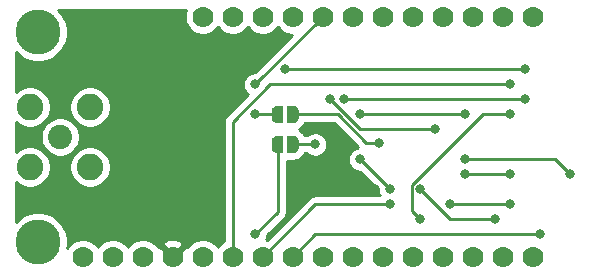
<source format=gbr>
G04 #@! TF.GenerationSoftware,KiCad,Pcbnew,(5.1.0-0)*
G04 #@! TF.CreationDate,2019-05-27T18:32:18+02:00*
G04 #@! TF.ProjectId,huzzah-cc112x-shield,68757a7a-6168-42d6-9363-313132782d73,1*
G04 #@! TF.SameCoordinates,Original*
G04 #@! TF.FileFunction,Copper,L2,Bot*
G04 #@! TF.FilePolarity,Positive*
%FSLAX46Y46*%
G04 Gerber Fmt 4.6, Leading zero omitted, Abs format (unit mm)*
G04 Created by KiCad (PCBNEW (5.1.0-0)) date 2019-05-27 18:32:18*
%MOMM*%
%LPD*%
G04 APERTURE LIST*
%ADD10C,0.500000*%
%ADD11C,0.100000*%
%ADD12C,1.778000*%
%ADD13C,3.810000*%
%ADD14C,2.050000*%
%ADD15C,2.250000*%
%ADD16C,0.800000*%
%ADD17C,0.250000*%
%ADD18C,0.500000*%
%ADD19C,0.254000*%
G04 APERTURE END LIST*
D10*
X37480000Y-25400000D03*
D11*
G36*
X37480000Y-24650602D02*
G01*
X37504534Y-24650602D01*
X37553365Y-24655412D01*
X37601490Y-24664984D01*
X37648445Y-24679228D01*
X37693778Y-24698005D01*
X37737051Y-24721136D01*
X37777850Y-24748396D01*
X37815779Y-24779524D01*
X37850476Y-24814221D01*
X37881604Y-24852150D01*
X37908864Y-24892949D01*
X37931995Y-24936222D01*
X37950772Y-24981555D01*
X37965016Y-25028510D01*
X37974588Y-25076635D01*
X37979398Y-25125466D01*
X37979398Y-25150000D01*
X37980000Y-25150000D01*
X37980000Y-25650000D01*
X37979398Y-25650000D01*
X37979398Y-25674534D01*
X37974588Y-25723365D01*
X37965016Y-25771490D01*
X37950772Y-25818445D01*
X37931995Y-25863778D01*
X37908864Y-25907051D01*
X37881604Y-25947850D01*
X37850476Y-25985779D01*
X37815779Y-26020476D01*
X37777850Y-26051604D01*
X37737051Y-26078864D01*
X37693778Y-26101995D01*
X37648445Y-26120772D01*
X37601490Y-26135016D01*
X37553365Y-26144588D01*
X37504534Y-26149398D01*
X37480000Y-26149398D01*
X37480000Y-26150000D01*
X36980000Y-26150000D01*
X36980000Y-24650000D01*
X37480000Y-24650000D01*
X37480000Y-24650602D01*
X37480000Y-24650602D01*
G37*
D10*
X36180000Y-25400000D03*
D11*
G36*
X36680000Y-26150000D02*
G01*
X36180000Y-26150000D01*
X36180000Y-26149398D01*
X36155466Y-26149398D01*
X36106635Y-26144588D01*
X36058510Y-26135016D01*
X36011555Y-26120772D01*
X35966222Y-26101995D01*
X35922949Y-26078864D01*
X35882150Y-26051604D01*
X35844221Y-26020476D01*
X35809524Y-25985779D01*
X35778396Y-25947850D01*
X35751136Y-25907051D01*
X35728005Y-25863778D01*
X35709228Y-25818445D01*
X35694984Y-25771490D01*
X35685412Y-25723365D01*
X35680602Y-25674534D01*
X35680602Y-25650000D01*
X35680000Y-25650000D01*
X35680000Y-25150000D01*
X35680602Y-25150000D01*
X35680602Y-25125466D01*
X35685412Y-25076635D01*
X35694984Y-25028510D01*
X35709228Y-24981555D01*
X35728005Y-24936222D01*
X35751136Y-24892949D01*
X35778396Y-24852150D01*
X35809524Y-24814221D01*
X35844221Y-24779524D01*
X35882150Y-24748396D01*
X35922949Y-24721136D01*
X35966222Y-24698005D01*
X36011555Y-24679228D01*
X36058510Y-24664984D01*
X36106635Y-24655412D01*
X36155466Y-24650602D01*
X36180000Y-24650602D01*
X36180000Y-24650000D01*
X36680000Y-24650000D01*
X36680000Y-26150000D01*
X36680000Y-26150000D01*
G37*
D10*
X37480000Y-22860000D03*
D11*
G36*
X37480000Y-22110602D02*
G01*
X37504534Y-22110602D01*
X37553365Y-22115412D01*
X37601490Y-22124984D01*
X37648445Y-22139228D01*
X37693778Y-22158005D01*
X37737051Y-22181136D01*
X37777850Y-22208396D01*
X37815779Y-22239524D01*
X37850476Y-22274221D01*
X37881604Y-22312150D01*
X37908864Y-22352949D01*
X37931995Y-22396222D01*
X37950772Y-22441555D01*
X37965016Y-22488510D01*
X37974588Y-22536635D01*
X37979398Y-22585466D01*
X37979398Y-22610000D01*
X37980000Y-22610000D01*
X37980000Y-23110000D01*
X37979398Y-23110000D01*
X37979398Y-23134534D01*
X37974588Y-23183365D01*
X37965016Y-23231490D01*
X37950772Y-23278445D01*
X37931995Y-23323778D01*
X37908864Y-23367051D01*
X37881604Y-23407850D01*
X37850476Y-23445779D01*
X37815779Y-23480476D01*
X37777850Y-23511604D01*
X37737051Y-23538864D01*
X37693778Y-23561995D01*
X37648445Y-23580772D01*
X37601490Y-23595016D01*
X37553365Y-23604588D01*
X37504534Y-23609398D01*
X37480000Y-23609398D01*
X37480000Y-23610000D01*
X36980000Y-23610000D01*
X36980000Y-22110000D01*
X37480000Y-22110000D01*
X37480000Y-22110602D01*
X37480000Y-22110602D01*
G37*
D10*
X36180000Y-22860000D03*
D11*
G36*
X36680000Y-23610000D02*
G01*
X36180000Y-23610000D01*
X36180000Y-23609398D01*
X36155466Y-23609398D01*
X36106635Y-23604588D01*
X36058510Y-23595016D01*
X36011555Y-23580772D01*
X35966222Y-23561995D01*
X35922949Y-23538864D01*
X35882150Y-23511604D01*
X35844221Y-23480476D01*
X35809524Y-23445779D01*
X35778396Y-23407850D01*
X35751136Y-23367051D01*
X35728005Y-23323778D01*
X35709228Y-23278445D01*
X35694984Y-23231490D01*
X35685412Y-23183365D01*
X35680602Y-23134534D01*
X35680602Y-23110000D01*
X35680000Y-23110000D01*
X35680000Y-22610000D01*
X35680602Y-22610000D01*
X35680602Y-22585466D01*
X35685412Y-22536635D01*
X35694984Y-22488510D01*
X35709228Y-22441555D01*
X35728005Y-22396222D01*
X35751136Y-22352949D01*
X35778396Y-22312150D01*
X35809524Y-22274221D01*
X35844221Y-22239524D01*
X35882150Y-22208396D01*
X35922949Y-22181136D01*
X35966222Y-22158005D01*
X36011555Y-22139228D01*
X36058510Y-22124984D01*
X36106635Y-22115412D01*
X36155466Y-22110602D01*
X36180000Y-22110602D01*
X36180000Y-22110000D01*
X36680000Y-22110000D01*
X36680000Y-23610000D01*
X36680000Y-23610000D01*
G37*
D12*
X19685000Y-34925000D03*
X22225000Y-34925000D03*
X24765000Y-34925000D03*
X27305000Y-34925000D03*
X57785000Y-34925000D03*
X55245000Y-34925000D03*
X52705000Y-34925000D03*
X50165000Y-34925000D03*
X47625000Y-34925000D03*
X45085000Y-34925000D03*
X42545000Y-34925000D03*
X40005000Y-34925000D03*
X37465000Y-34925000D03*
X34925000Y-34925000D03*
X32385000Y-34925000D03*
X29845000Y-34925000D03*
X57785000Y-14605000D03*
X55245000Y-14605000D03*
X52705000Y-14605000D03*
X50165000Y-14605000D03*
X47625000Y-14605000D03*
X45085000Y-14605000D03*
X42545000Y-14605000D03*
X40005000Y-14605000D03*
X37465000Y-14605000D03*
X34925000Y-14605000D03*
X32385000Y-14605000D03*
X29845000Y-14605000D03*
D13*
X15875000Y-33655000D03*
X15875000Y-15875000D03*
D14*
X17780000Y-24765000D03*
D15*
X20320000Y-22225000D03*
X15240000Y-22225000D03*
X15240000Y-27305000D03*
X20320000Y-27305000D03*
D16*
X34290000Y-22860000D03*
X34290000Y-20320000D03*
X34290000Y-33020000D03*
X55880000Y-20320000D03*
X55880000Y-30480000D03*
X50800000Y-30480000D03*
X45720000Y-30480000D03*
X58420000Y-33020000D03*
X55880000Y-27940000D03*
X52070000Y-27940000D03*
X48260000Y-31750000D03*
X55880000Y-22860000D03*
X44450000Y-29210000D03*
X41910000Y-27940000D03*
X44775000Y-25250068D03*
X54610000Y-31750000D03*
X48260000Y-29210000D03*
X43180000Y-26670000D03*
X45720012Y-29210000D03*
X43180000Y-22860000D03*
X52070010Y-22860000D03*
X57150000Y-21590000D03*
X41824996Y-21590000D03*
X60960000Y-27940000D03*
X40640012Y-21590000D03*
X49530000Y-24130000D03*
X52069970Y-26670000D03*
X39370000Y-25400000D03*
X57150094Y-19050000D03*
X36830000Y-19050000D03*
D17*
X36180000Y-22860000D02*
X34290000Y-22860000D01*
X34290000Y-20320000D02*
X40005000Y-14605000D01*
X36180000Y-25400000D02*
X36180000Y-31130000D01*
X36180000Y-31130000D02*
X34290000Y-33020000D01*
X35560000Y-20320000D02*
X32385000Y-23495000D01*
X55880000Y-20320000D02*
X35560000Y-20320000D01*
X32385000Y-23495000D02*
X32385000Y-34925000D01*
X55880000Y-30480000D02*
X50800000Y-30480000D01*
X45154315Y-30480000D02*
X45720000Y-30480000D01*
X39370000Y-30480000D02*
X45154315Y-30480000D01*
X34925000Y-34925000D02*
X39370000Y-30480000D01*
X39370000Y-33020000D02*
X37465000Y-34925000D01*
X58420000Y-33020000D02*
X39370000Y-33020000D01*
X55880000Y-27940000D02*
X52070000Y-27940000D01*
X53536998Y-22860000D02*
X55880000Y-22860000D01*
X47534999Y-28861999D02*
X53536998Y-22860000D01*
X48260000Y-31750000D02*
X47534999Y-31024999D01*
X47534999Y-31024999D02*
X47534999Y-28861999D01*
X47640000Y-34910000D02*
X47625000Y-34925000D01*
D18*
X44450000Y-29210000D02*
X43180000Y-29210000D01*
X43180000Y-29210000D02*
X41910000Y-27940000D01*
D17*
X38080000Y-22860000D02*
X37480000Y-22860000D01*
X41273602Y-22860000D02*
X38080000Y-22860000D01*
X43663670Y-25250068D02*
X41273602Y-22860000D01*
X44775000Y-25250068D02*
X43663670Y-25250068D01*
X54610000Y-31750000D02*
X50800000Y-31750000D01*
X50800000Y-31750000D02*
X48260000Y-29210000D01*
X43180000Y-26670000D02*
X44450000Y-27940000D01*
X44450000Y-27940000D02*
X45720000Y-29210000D01*
X45720000Y-29210000D02*
X45720012Y-29210000D01*
X43745685Y-22860000D02*
X52070010Y-22860000D01*
X43180000Y-22860000D02*
X43745685Y-22860000D01*
X57150000Y-21590000D02*
X56584315Y-21590000D01*
X56584315Y-21590000D02*
X41824996Y-21590000D01*
X40640012Y-21590000D02*
X43180012Y-24130000D01*
X43180012Y-24130000D02*
X48964315Y-24130000D01*
X48964315Y-24130000D02*
X49530000Y-24130000D01*
X60960000Y-27940000D02*
X59690000Y-26670000D01*
X59690000Y-26670000D02*
X52635655Y-26670000D01*
X52635655Y-26670000D02*
X52069970Y-26670000D01*
X37480000Y-25400000D02*
X39370000Y-25400000D01*
X56584409Y-19050000D02*
X57150094Y-19050000D01*
X36830000Y-19050000D02*
X56584409Y-19050000D01*
D19*
G36*
X28379566Y-14160466D02*
G01*
X28321000Y-14454899D01*
X28321000Y-14755101D01*
X28379566Y-15049534D01*
X28494449Y-15326885D01*
X28661232Y-15576493D01*
X28873507Y-15788768D01*
X29123115Y-15955551D01*
X29400466Y-16070434D01*
X29694899Y-16129000D01*
X29995101Y-16129000D01*
X30289534Y-16070434D01*
X30566885Y-15955551D01*
X30816493Y-15788768D01*
X31028768Y-15576493D01*
X31115000Y-15447438D01*
X31201232Y-15576493D01*
X31413507Y-15788768D01*
X31663115Y-15955551D01*
X31940466Y-16070434D01*
X32234899Y-16129000D01*
X32535101Y-16129000D01*
X32829534Y-16070434D01*
X33106885Y-15955551D01*
X33356493Y-15788768D01*
X33568768Y-15576493D01*
X33655000Y-15447438D01*
X33741232Y-15576493D01*
X33953507Y-15788768D01*
X34203115Y-15955551D01*
X34480466Y-16070434D01*
X34774899Y-16129000D01*
X35075101Y-16129000D01*
X35369534Y-16070434D01*
X35646885Y-15955551D01*
X35896493Y-15788768D01*
X36108768Y-15576493D01*
X36195000Y-15447438D01*
X36281232Y-15576493D01*
X36493507Y-15788768D01*
X36743115Y-15955551D01*
X37020466Y-16070434D01*
X37314899Y-16129000D01*
X37406198Y-16129000D01*
X34250199Y-19285000D01*
X34188061Y-19285000D01*
X33988102Y-19324774D01*
X33799744Y-19402795D01*
X33630226Y-19516063D01*
X33486063Y-19660226D01*
X33372795Y-19829744D01*
X33294774Y-20018102D01*
X33255000Y-20218061D01*
X33255000Y-20421939D01*
X33294774Y-20621898D01*
X33372795Y-20810256D01*
X33486063Y-20979774D01*
X33630226Y-21123937D01*
X33660820Y-21144379D01*
X31874003Y-22931196D01*
X31844999Y-22954999D01*
X31800693Y-23008987D01*
X31750026Y-23070724D01*
X31701292Y-23161898D01*
X31679454Y-23202754D01*
X31635997Y-23346015D01*
X31625000Y-23457668D01*
X31625000Y-23457678D01*
X31621324Y-23495000D01*
X31625000Y-23532322D01*
X31625001Y-33599916D01*
X31413507Y-33741232D01*
X31201232Y-33953507D01*
X31115000Y-34082562D01*
X31028768Y-33953507D01*
X30816493Y-33741232D01*
X30566885Y-33574449D01*
X30289534Y-33459566D01*
X29995101Y-33401000D01*
X29694899Y-33401000D01*
X29400466Y-33459566D01*
X29123115Y-33574449D01*
X28873507Y-33741232D01*
X28661232Y-33953507D01*
X28555583Y-34111622D01*
X28361231Y-34048374D01*
X27484605Y-34925000D01*
X27498748Y-34939143D01*
X27319143Y-35118748D01*
X27305000Y-35104605D01*
X27290858Y-35118748D01*
X27111253Y-34939143D01*
X27125395Y-34925000D01*
X26248769Y-34048374D01*
X26054417Y-34111622D01*
X25948768Y-33953507D01*
X25864030Y-33868769D01*
X26428374Y-33868769D01*
X27305000Y-34745395D01*
X28181626Y-33868769D01*
X28099273Y-33615711D01*
X27828582Y-33485914D01*
X27537770Y-33411420D01*
X27238012Y-33395092D01*
X26940829Y-33437557D01*
X26657641Y-33537184D01*
X26510727Y-33615711D01*
X26428374Y-33868769D01*
X25864030Y-33868769D01*
X25736493Y-33741232D01*
X25486885Y-33574449D01*
X25209534Y-33459566D01*
X24915101Y-33401000D01*
X24614899Y-33401000D01*
X24320466Y-33459566D01*
X24043115Y-33574449D01*
X23793507Y-33741232D01*
X23581232Y-33953507D01*
X23495000Y-34082562D01*
X23408768Y-33953507D01*
X23196493Y-33741232D01*
X22946885Y-33574449D01*
X22669534Y-33459566D01*
X22375101Y-33401000D01*
X22074899Y-33401000D01*
X21780466Y-33459566D01*
X21503115Y-33574449D01*
X21253507Y-33741232D01*
X21041232Y-33953507D01*
X20955000Y-34082562D01*
X20868768Y-33953507D01*
X20656493Y-33741232D01*
X20406885Y-33574449D01*
X20129534Y-33459566D01*
X19835101Y-33401000D01*
X19534899Y-33401000D01*
X19240466Y-33459566D01*
X18963115Y-33574449D01*
X18713507Y-33741232D01*
X18501232Y-33953507D01*
X18364757Y-34157756D01*
X18415000Y-33905168D01*
X18415000Y-33404832D01*
X18317389Y-32914109D01*
X18125919Y-32451859D01*
X17847947Y-32035844D01*
X17494156Y-31682053D01*
X17078141Y-31404081D01*
X16615891Y-31212611D01*
X16125168Y-31115000D01*
X15624832Y-31115000D01*
X15134109Y-31212611D01*
X14671859Y-31404081D01*
X14255844Y-31682053D01*
X13995000Y-31942897D01*
X13995000Y-28549016D01*
X14118065Y-28672081D01*
X14406327Y-28864692D01*
X14726627Y-28997364D01*
X15066655Y-29065000D01*
X15413345Y-29065000D01*
X15753373Y-28997364D01*
X16073673Y-28864692D01*
X16361935Y-28672081D01*
X16607081Y-28426935D01*
X16799692Y-28138673D01*
X16932364Y-27818373D01*
X17000000Y-27478345D01*
X17000000Y-27131655D01*
X18560000Y-27131655D01*
X18560000Y-27478345D01*
X18627636Y-27818373D01*
X18760308Y-28138673D01*
X18952919Y-28426935D01*
X19198065Y-28672081D01*
X19486327Y-28864692D01*
X19806627Y-28997364D01*
X20146655Y-29065000D01*
X20493345Y-29065000D01*
X20833373Y-28997364D01*
X21153673Y-28864692D01*
X21441935Y-28672081D01*
X21687081Y-28426935D01*
X21879692Y-28138673D01*
X22012364Y-27818373D01*
X22080000Y-27478345D01*
X22080000Y-27131655D01*
X22012364Y-26791627D01*
X21879692Y-26471327D01*
X21687081Y-26183065D01*
X21441935Y-25937919D01*
X21153673Y-25745308D01*
X20833373Y-25612636D01*
X20493345Y-25545000D01*
X20146655Y-25545000D01*
X19806627Y-25612636D01*
X19486327Y-25745308D01*
X19198065Y-25937919D01*
X18952919Y-26183065D01*
X18760308Y-26471327D01*
X18627636Y-26791627D01*
X18560000Y-27131655D01*
X17000000Y-27131655D01*
X16932364Y-26791627D01*
X16799692Y-26471327D01*
X16607081Y-26183065D01*
X16361935Y-25937919D01*
X16073673Y-25745308D01*
X15753373Y-25612636D01*
X15413345Y-25545000D01*
X15066655Y-25545000D01*
X14726627Y-25612636D01*
X14406327Y-25745308D01*
X14118065Y-25937919D01*
X13995000Y-26060984D01*
X13995000Y-24601504D01*
X16120000Y-24601504D01*
X16120000Y-24928496D01*
X16183793Y-25249204D01*
X16308927Y-25551305D01*
X16490594Y-25823188D01*
X16721812Y-26054406D01*
X16993695Y-26236073D01*
X17295796Y-26361207D01*
X17616504Y-26425000D01*
X17943496Y-26425000D01*
X18264204Y-26361207D01*
X18566305Y-26236073D01*
X18838188Y-26054406D01*
X19069406Y-25823188D01*
X19251073Y-25551305D01*
X19376207Y-25249204D01*
X19440000Y-24928496D01*
X19440000Y-24601504D01*
X19376207Y-24280796D01*
X19251073Y-23978695D01*
X19069406Y-23706812D01*
X18838188Y-23475594D01*
X18566305Y-23293927D01*
X18264204Y-23168793D01*
X17943496Y-23105000D01*
X17616504Y-23105000D01*
X17295796Y-23168793D01*
X16993695Y-23293927D01*
X16721812Y-23475594D01*
X16490594Y-23706812D01*
X16308927Y-23978695D01*
X16183793Y-24280796D01*
X16120000Y-24601504D01*
X13995000Y-24601504D01*
X13995000Y-23469016D01*
X14118065Y-23592081D01*
X14406327Y-23784692D01*
X14726627Y-23917364D01*
X15066655Y-23985000D01*
X15413345Y-23985000D01*
X15753373Y-23917364D01*
X16073673Y-23784692D01*
X16361935Y-23592081D01*
X16607081Y-23346935D01*
X16799692Y-23058673D01*
X16932364Y-22738373D01*
X17000000Y-22398345D01*
X17000000Y-22051655D01*
X18560000Y-22051655D01*
X18560000Y-22398345D01*
X18627636Y-22738373D01*
X18760308Y-23058673D01*
X18952919Y-23346935D01*
X19198065Y-23592081D01*
X19486327Y-23784692D01*
X19806627Y-23917364D01*
X20146655Y-23985000D01*
X20493345Y-23985000D01*
X20833373Y-23917364D01*
X21153673Y-23784692D01*
X21441935Y-23592081D01*
X21687081Y-23346935D01*
X21879692Y-23058673D01*
X22012364Y-22738373D01*
X22080000Y-22398345D01*
X22080000Y-22051655D01*
X22012364Y-21711627D01*
X21879692Y-21391327D01*
X21687081Y-21103065D01*
X21441935Y-20857919D01*
X21153673Y-20665308D01*
X20833373Y-20532636D01*
X20493345Y-20465000D01*
X20146655Y-20465000D01*
X19806627Y-20532636D01*
X19486327Y-20665308D01*
X19198065Y-20857919D01*
X18952919Y-21103065D01*
X18760308Y-21391327D01*
X18627636Y-21711627D01*
X18560000Y-22051655D01*
X17000000Y-22051655D01*
X16932364Y-21711627D01*
X16799692Y-21391327D01*
X16607081Y-21103065D01*
X16361935Y-20857919D01*
X16073673Y-20665308D01*
X15753373Y-20532636D01*
X15413345Y-20465000D01*
X15066655Y-20465000D01*
X14726627Y-20532636D01*
X14406327Y-20665308D01*
X14118065Y-20857919D01*
X13995000Y-20980984D01*
X13995000Y-17587103D01*
X14255844Y-17847947D01*
X14671859Y-18125919D01*
X15134109Y-18317389D01*
X15624832Y-18415000D01*
X16125168Y-18415000D01*
X16615891Y-18317389D01*
X17078141Y-18125919D01*
X17494156Y-17847947D01*
X17847947Y-17494156D01*
X18125919Y-17078141D01*
X18317389Y-16615891D01*
X18415000Y-16125168D01*
X18415000Y-15624832D01*
X18317389Y-15134109D01*
X18125919Y-14671859D01*
X17847947Y-14255844D01*
X17587103Y-13995000D01*
X28448105Y-13995000D01*
X28379566Y-14160466D01*
X28379566Y-14160466D01*
G37*
X28379566Y-14160466D02*
X28321000Y-14454899D01*
X28321000Y-14755101D01*
X28379566Y-15049534D01*
X28494449Y-15326885D01*
X28661232Y-15576493D01*
X28873507Y-15788768D01*
X29123115Y-15955551D01*
X29400466Y-16070434D01*
X29694899Y-16129000D01*
X29995101Y-16129000D01*
X30289534Y-16070434D01*
X30566885Y-15955551D01*
X30816493Y-15788768D01*
X31028768Y-15576493D01*
X31115000Y-15447438D01*
X31201232Y-15576493D01*
X31413507Y-15788768D01*
X31663115Y-15955551D01*
X31940466Y-16070434D01*
X32234899Y-16129000D01*
X32535101Y-16129000D01*
X32829534Y-16070434D01*
X33106885Y-15955551D01*
X33356493Y-15788768D01*
X33568768Y-15576493D01*
X33655000Y-15447438D01*
X33741232Y-15576493D01*
X33953507Y-15788768D01*
X34203115Y-15955551D01*
X34480466Y-16070434D01*
X34774899Y-16129000D01*
X35075101Y-16129000D01*
X35369534Y-16070434D01*
X35646885Y-15955551D01*
X35896493Y-15788768D01*
X36108768Y-15576493D01*
X36195000Y-15447438D01*
X36281232Y-15576493D01*
X36493507Y-15788768D01*
X36743115Y-15955551D01*
X37020466Y-16070434D01*
X37314899Y-16129000D01*
X37406198Y-16129000D01*
X34250199Y-19285000D01*
X34188061Y-19285000D01*
X33988102Y-19324774D01*
X33799744Y-19402795D01*
X33630226Y-19516063D01*
X33486063Y-19660226D01*
X33372795Y-19829744D01*
X33294774Y-20018102D01*
X33255000Y-20218061D01*
X33255000Y-20421939D01*
X33294774Y-20621898D01*
X33372795Y-20810256D01*
X33486063Y-20979774D01*
X33630226Y-21123937D01*
X33660820Y-21144379D01*
X31874003Y-22931196D01*
X31844999Y-22954999D01*
X31800693Y-23008987D01*
X31750026Y-23070724D01*
X31701292Y-23161898D01*
X31679454Y-23202754D01*
X31635997Y-23346015D01*
X31625000Y-23457668D01*
X31625000Y-23457678D01*
X31621324Y-23495000D01*
X31625000Y-23532322D01*
X31625001Y-33599916D01*
X31413507Y-33741232D01*
X31201232Y-33953507D01*
X31115000Y-34082562D01*
X31028768Y-33953507D01*
X30816493Y-33741232D01*
X30566885Y-33574449D01*
X30289534Y-33459566D01*
X29995101Y-33401000D01*
X29694899Y-33401000D01*
X29400466Y-33459566D01*
X29123115Y-33574449D01*
X28873507Y-33741232D01*
X28661232Y-33953507D01*
X28555583Y-34111622D01*
X28361231Y-34048374D01*
X27484605Y-34925000D01*
X27498748Y-34939143D01*
X27319143Y-35118748D01*
X27305000Y-35104605D01*
X27290858Y-35118748D01*
X27111253Y-34939143D01*
X27125395Y-34925000D01*
X26248769Y-34048374D01*
X26054417Y-34111622D01*
X25948768Y-33953507D01*
X25864030Y-33868769D01*
X26428374Y-33868769D01*
X27305000Y-34745395D01*
X28181626Y-33868769D01*
X28099273Y-33615711D01*
X27828582Y-33485914D01*
X27537770Y-33411420D01*
X27238012Y-33395092D01*
X26940829Y-33437557D01*
X26657641Y-33537184D01*
X26510727Y-33615711D01*
X26428374Y-33868769D01*
X25864030Y-33868769D01*
X25736493Y-33741232D01*
X25486885Y-33574449D01*
X25209534Y-33459566D01*
X24915101Y-33401000D01*
X24614899Y-33401000D01*
X24320466Y-33459566D01*
X24043115Y-33574449D01*
X23793507Y-33741232D01*
X23581232Y-33953507D01*
X23495000Y-34082562D01*
X23408768Y-33953507D01*
X23196493Y-33741232D01*
X22946885Y-33574449D01*
X22669534Y-33459566D01*
X22375101Y-33401000D01*
X22074899Y-33401000D01*
X21780466Y-33459566D01*
X21503115Y-33574449D01*
X21253507Y-33741232D01*
X21041232Y-33953507D01*
X20955000Y-34082562D01*
X20868768Y-33953507D01*
X20656493Y-33741232D01*
X20406885Y-33574449D01*
X20129534Y-33459566D01*
X19835101Y-33401000D01*
X19534899Y-33401000D01*
X19240466Y-33459566D01*
X18963115Y-33574449D01*
X18713507Y-33741232D01*
X18501232Y-33953507D01*
X18364757Y-34157756D01*
X18415000Y-33905168D01*
X18415000Y-33404832D01*
X18317389Y-32914109D01*
X18125919Y-32451859D01*
X17847947Y-32035844D01*
X17494156Y-31682053D01*
X17078141Y-31404081D01*
X16615891Y-31212611D01*
X16125168Y-31115000D01*
X15624832Y-31115000D01*
X15134109Y-31212611D01*
X14671859Y-31404081D01*
X14255844Y-31682053D01*
X13995000Y-31942897D01*
X13995000Y-28549016D01*
X14118065Y-28672081D01*
X14406327Y-28864692D01*
X14726627Y-28997364D01*
X15066655Y-29065000D01*
X15413345Y-29065000D01*
X15753373Y-28997364D01*
X16073673Y-28864692D01*
X16361935Y-28672081D01*
X16607081Y-28426935D01*
X16799692Y-28138673D01*
X16932364Y-27818373D01*
X17000000Y-27478345D01*
X17000000Y-27131655D01*
X18560000Y-27131655D01*
X18560000Y-27478345D01*
X18627636Y-27818373D01*
X18760308Y-28138673D01*
X18952919Y-28426935D01*
X19198065Y-28672081D01*
X19486327Y-28864692D01*
X19806627Y-28997364D01*
X20146655Y-29065000D01*
X20493345Y-29065000D01*
X20833373Y-28997364D01*
X21153673Y-28864692D01*
X21441935Y-28672081D01*
X21687081Y-28426935D01*
X21879692Y-28138673D01*
X22012364Y-27818373D01*
X22080000Y-27478345D01*
X22080000Y-27131655D01*
X22012364Y-26791627D01*
X21879692Y-26471327D01*
X21687081Y-26183065D01*
X21441935Y-25937919D01*
X21153673Y-25745308D01*
X20833373Y-25612636D01*
X20493345Y-25545000D01*
X20146655Y-25545000D01*
X19806627Y-25612636D01*
X19486327Y-25745308D01*
X19198065Y-25937919D01*
X18952919Y-26183065D01*
X18760308Y-26471327D01*
X18627636Y-26791627D01*
X18560000Y-27131655D01*
X17000000Y-27131655D01*
X16932364Y-26791627D01*
X16799692Y-26471327D01*
X16607081Y-26183065D01*
X16361935Y-25937919D01*
X16073673Y-25745308D01*
X15753373Y-25612636D01*
X15413345Y-25545000D01*
X15066655Y-25545000D01*
X14726627Y-25612636D01*
X14406327Y-25745308D01*
X14118065Y-25937919D01*
X13995000Y-26060984D01*
X13995000Y-24601504D01*
X16120000Y-24601504D01*
X16120000Y-24928496D01*
X16183793Y-25249204D01*
X16308927Y-25551305D01*
X16490594Y-25823188D01*
X16721812Y-26054406D01*
X16993695Y-26236073D01*
X17295796Y-26361207D01*
X17616504Y-26425000D01*
X17943496Y-26425000D01*
X18264204Y-26361207D01*
X18566305Y-26236073D01*
X18838188Y-26054406D01*
X19069406Y-25823188D01*
X19251073Y-25551305D01*
X19376207Y-25249204D01*
X19440000Y-24928496D01*
X19440000Y-24601504D01*
X19376207Y-24280796D01*
X19251073Y-23978695D01*
X19069406Y-23706812D01*
X18838188Y-23475594D01*
X18566305Y-23293927D01*
X18264204Y-23168793D01*
X17943496Y-23105000D01*
X17616504Y-23105000D01*
X17295796Y-23168793D01*
X16993695Y-23293927D01*
X16721812Y-23475594D01*
X16490594Y-23706812D01*
X16308927Y-23978695D01*
X16183793Y-24280796D01*
X16120000Y-24601504D01*
X13995000Y-24601504D01*
X13995000Y-23469016D01*
X14118065Y-23592081D01*
X14406327Y-23784692D01*
X14726627Y-23917364D01*
X15066655Y-23985000D01*
X15413345Y-23985000D01*
X15753373Y-23917364D01*
X16073673Y-23784692D01*
X16361935Y-23592081D01*
X16607081Y-23346935D01*
X16799692Y-23058673D01*
X16932364Y-22738373D01*
X17000000Y-22398345D01*
X17000000Y-22051655D01*
X18560000Y-22051655D01*
X18560000Y-22398345D01*
X18627636Y-22738373D01*
X18760308Y-23058673D01*
X18952919Y-23346935D01*
X19198065Y-23592081D01*
X19486327Y-23784692D01*
X19806627Y-23917364D01*
X20146655Y-23985000D01*
X20493345Y-23985000D01*
X20833373Y-23917364D01*
X21153673Y-23784692D01*
X21441935Y-23592081D01*
X21687081Y-23346935D01*
X21879692Y-23058673D01*
X22012364Y-22738373D01*
X22080000Y-22398345D01*
X22080000Y-22051655D01*
X22012364Y-21711627D01*
X21879692Y-21391327D01*
X21687081Y-21103065D01*
X21441935Y-20857919D01*
X21153673Y-20665308D01*
X20833373Y-20532636D01*
X20493345Y-20465000D01*
X20146655Y-20465000D01*
X19806627Y-20532636D01*
X19486327Y-20665308D01*
X19198065Y-20857919D01*
X18952919Y-21103065D01*
X18760308Y-21391327D01*
X18627636Y-21711627D01*
X18560000Y-22051655D01*
X17000000Y-22051655D01*
X16932364Y-21711627D01*
X16799692Y-21391327D01*
X16607081Y-21103065D01*
X16361935Y-20857919D01*
X16073673Y-20665308D01*
X15753373Y-20532636D01*
X15413345Y-20465000D01*
X15066655Y-20465000D01*
X14726627Y-20532636D01*
X14406327Y-20665308D01*
X14118065Y-20857919D01*
X13995000Y-20980984D01*
X13995000Y-17587103D01*
X14255844Y-17847947D01*
X14671859Y-18125919D01*
X15134109Y-18317389D01*
X15624832Y-18415000D01*
X16125168Y-18415000D01*
X16615891Y-18317389D01*
X17078141Y-18125919D01*
X17494156Y-17847947D01*
X17847947Y-17494156D01*
X18125919Y-17078141D01*
X18317389Y-16615891D01*
X18415000Y-16125168D01*
X18415000Y-15624832D01*
X18317389Y-15134109D01*
X18125919Y-14671859D01*
X17847947Y-14255844D01*
X17587103Y-13995000D01*
X28448105Y-13995000D01*
X28379566Y-14160466D01*
G36*
X42991098Y-25652298D02*
G01*
X42878102Y-25674774D01*
X42689744Y-25752795D01*
X42520226Y-25866063D01*
X42376063Y-26010226D01*
X42262795Y-26179744D01*
X42184774Y-26368102D01*
X42145000Y-26568061D01*
X42145000Y-26771939D01*
X42184774Y-26971898D01*
X42262795Y-27160256D01*
X42376063Y-27329774D01*
X42520226Y-27473937D01*
X42689744Y-27587205D01*
X42878102Y-27665226D01*
X43078061Y-27705000D01*
X43140199Y-27705000D01*
X43938997Y-28503799D01*
X43939002Y-28503803D01*
X44685012Y-29249814D01*
X44685012Y-29311939D01*
X44724786Y-29511898D01*
X44802807Y-29700256D01*
X44815999Y-29720000D01*
X39407322Y-29720000D01*
X39369999Y-29716324D01*
X39332676Y-29720000D01*
X39332667Y-29720000D01*
X39221014Y-29730997D01*
X39077753Y-29774454D01*
X38945724Y-29845026D01*
X38829999Y-29939999D01*
X38806201Y-29968997D01*
X35324576Y-33450623D01*
X35238960Y-33433593D01*
X35285226Y-33321898D01*
X35325000Y-33121939D01*
X35325000Y-33059801D01*
X36691003Y-31693799D01*
X36720001Y-31670001D01*
X36814974Y-31554276D01*
X36885546Y-31422247D01*
X36929003Y-31278986D01*
X36940000Y-31167333D01*
X36940000Y-31167325D01*
X36943676Y-31130000D01*
X36940000Y-31092675D01*
X36940000Y-26784132D01*
X36980000Y-26788072D01*
X37480000Y-26788072D01*
X37504450Y-26785664D01*
X37529009Y-26785664D01*
X37653490Y-26773404D01*
X37749623Y-26754282D01*
X37869319Y-26717973D01*
X37959875Y-26680464D01*
X38070192Y-26621498D01*
X38151691Y-26567042D01*
X38248382Y-26487690D01*
X38317690Y-26418382D01*
X38397042Y-26321691D01*
X38451498Y-26240192D01*
X38494362Y-26160000D01*
X38666289Y-26160000D01*
X38710226Y-26203937D01*
X38879744Y-26317205D01*
X39068102Y-26395226D01*
X39268061Y-26435000D01*
X39471939Y-26435000D01*
X39671898Y-26395226D01*
X39860256Y-26317205D01*
X40029774Y-26203937D01*
X40173937Y-26059774D01*
X40287205Y-25890256D01*
X40365226Y-25701898D01*
X40405000Y-25501939D01*
X40405000Y-25298061D01*
X40365226Y-25098102D01*
X40287205Y-24909744D01*
X40173937Y-24740226D01*
X40029774Y-24596063D01*
X39860256Y-24482795D01*
X39671898Y-24404774D01*
X39471939Y-24365000D01*
X39268061Y-24365000D01*
X39068102Y-24404774D01*
X38879744Y-24482795D01*
X38710226Y-24596063D01*
X38666289Y-24640000D01*
X38494362Y-24640000D01*
X38451498Y-24559808D01*
X38397042Y-24478309D01*
X38317690Y-24381618D01*
X38248382Y-24312310D01*
X38151691Y-24232958D01*
X38070192Y-24178502D01*
X37979452Y-24130000D01*
X38070192Y-24081498D01*
X38151691Y-24027042D01*
X38248382Y-23947690D01*
X38317690Y-23878382D01*
X38397042Y-23781691D01*
X38451498Y-23700192D01*
X38494362Y-23620000D01*
X40958801Y-23620000D01*
X42991098Y-25652298D01*
X42991098Y-25652298D01*
G37*
X42991098Y-25652298D02*
X42878102Y-25674774D01*
X42689744Y-25752795D01*
X42520226Y-25866063D01*
X42376063Y-26010226D01*
X42262795Y-26179744D01*
X42184774Y-26368102D01*
X42145000Y-26568061D01*
X42145000Y-26771939D01*
X42184774Y-26971898D01*
X42262795Y-27160256D01*
X42376063Y-27329774D01*
X42520226Y-27473937D01*
X42689744Y-27587205D01*
X42878102Y-27665226D01*
X43078061Y-27705000D01*
X43140199Y-27705000D01*
X43938997Y-28503799D01*
X43939002Y-28503803D01*
X44685012Y-29249814D01*
X44685012Y-29311939D01*
X44724786Y-29511898D01*
X44802807Y-29700256D01*
X44815999Y-29720000D01*
X39407322Y-29720000D01*
X39369999Y-29716324D01*
X39332676Y-29720000D01*
X39332667Y-29720000D01*
X39221014Y-29730997D01*
X39077753Y-29774454D01*
X38945724Y-29845026D01*
X38829999Y-29939999D01*
X38806201Y-29968997D01*
X35324576Y-33450623D01*
X35238960Y-33433593D01*
X35285226Y-33321898D01*
X35325000Y-33121939D01*
X35325000Y-33059801D01*
X36691003Y-31693799D01*
X36720001Y-31670001D01*
X36814974Y-31554276D01*
X36885546Y-31422247D01*
X36929003Y-31278986D01*
X36940000Y-31167333D01*
X36940000Y-31167325D01*
X36943676Y-31130000D01*
X36940000Y-31092675D01*
X36940000Y-26784132D01*
X36980000Y-26788072D01*
X37480000Y-26788072D01*
X37504450Y-26785664D01*
X37529009Y-26785664D01*
X37653490Y-26773404D01*
X37749623Y-26754282D01*
X37869319Y-26717973D01*
X37959875Y-26680464D01*
X38070192Y-26621498D01*
X38151691Y-26567042D01*
X38248382Y-26487690D01*
X38317690Y-26418382D01*
X38397042Y-26321691D01*
X38451498Y-26240192D01*
X38494362Y-26160000D01*
X38666289Y-26160000D01*
X38710226Y-26203937D01*
X38879744Y-26317205D01*
X39068102Y-26395226D01*
X39268061Y-26435000D01*
X39471939Y-26435000D01*
X39671898Y-26395226D01*
X39860256Y-26317205D01*
X40029774Y-26203937D01*
X40173937Y-26059774D01*
X40287205Y-25890256D01*
X40365226Y-25701898D01*
X40405000Y-25501939D01*
X40405000Y-25298061D01*
X40365226Y-25098102D01*
X40287205Y-24909744D01*
X40173937Y-24740226D01*
X40029774Y-24596063D01*
X39860256Y-24482795D01*
X39671898Y-24404774D01*
X39471939Y-24365000D01*
X39268061Y-24365000D01*
X39068102Y-24404774D01*
X38879744Y-24482795D01*
X38710226Y-24596063D01*
X38666289Y-24640000D01*
X38494362Y-24640000D01*
X38451498Y-24559808D01*
X38397042Y-24478309D01*
X38317690Y-24381618D01*
X38248382Y-24312310D01*
X38151691Y-24232958D01*
X38070192Y-24178502D01*
X37979452Y-24130000D01*
X38070192Y-24081498D01*
X38151691Y-24027042D01*
X38248382Y-23947690D01*
X38317690Y-23878382D01*
X38397042Y-23781691D01*
X38451498Y-23700192D01*
X38494362Y-23620000D01*
X40958801Y-23620000D01*
X42991098Y-25652298D01*
M02*

</source>
